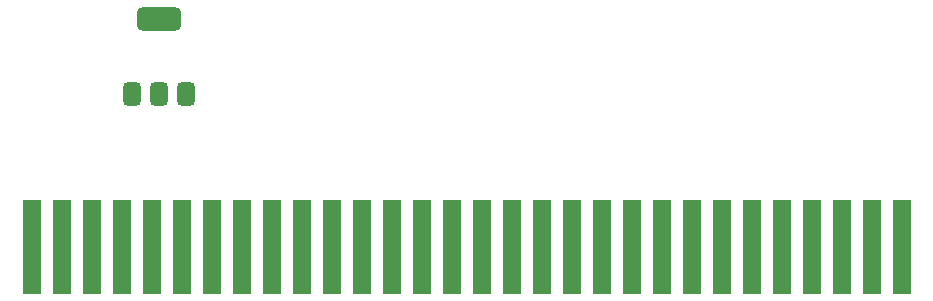
<source format=gtp>
%TF.GenerationSoftware,KiCad,Pcbnew,8.0.3*%
%TF.CreationDate,2024-07-04T14:48:40+07:00*%
%TF.ProjectId,TS_Ext_EPM3032,54535f45-7874-45f4-9550-4d333033322e,1.5*%
%TF.SameCoordinates,Original*%
%TF.FileFunction,Paste,Top*%
%TF.FilePolarity,Positive*%
%FSLAX46Y46*%
G04 Gerber Fmt 4.6, Leading zero omitted, Abs format (unit mm)*
G04 Created by KiCad (PCBNEW 8.0.3) date 2024-07-04 14:48:40*
%MOMM*%
%LPD*%
G01*
G04 APERTURE LIST*
G04 Aperture macros list*
%AMRoundRect*
0 Rectangle with rounded corners*
0 $1 Rounding radius*
0 $2 $3 $4 $5 $6 $7 $8 $9 X,Y pos of 4 corners*
0 Add a 4 corners polygon primitive as box body*
4,1,4,$2,$3,$4,$5,$6,$7,$8,$9,$2,$3,0*
0 Add four circle primitives for the rounded corners*
1,1,$1+$1,$2,$3*
1,1,$1+$1,$4,$5*
1,1,$1+$1,$6,$7*
1,1,$1+$1,$8,$9*
0 Add four rect primitives between the rounded corners*
20,1,$1+$1,$2,$3,$4,$5,0*
20,1,$1+$1,$4,$5,$6,$7,0*
20,1,$1+$1,$6,$7,$8,$9,0*
20,1,$1+$1,$8,$9,$2,$3,0*%
G04 Aperture macros list end*
%ADD10R,1.600000X8.000000*%
%ADD11RoundRect,0.375000X0.375000X-0.625000X0.375000X0.625000X-0.375000X0.625000X-0.375000X-0.625000X0*%
%ADD12RoundRect,0.500000X1.400000X-0.500000X1.400000X0.500000X-1.400000X0.500000X-1.400000X-0.500000X0*%
G04 APERTURE END LIST*
D10*
%TO.C,J3*%
X36830000Y-95478600D03*
X39370000Y-95478600D03*
X41910000Y-95478600D03*
X44450000Y-95478600D03*
X46990000Y-95478600D03*
X49530000Y-95478600D03*
X52070000Y-95478600D03*
X54610000Y-95478600D03*
X57150000Y-95478600D03*
X59690000Y-95478600D03*
X62230000Y-95478600D03*
X64770000Y-95478600D03*
X67310000Y-95478600D03*
X69850000Y-95478600D03*
X72390000Y-95478600D03*
X74930000Y-95478600D03*
X77470000Y-95478600D03*
X80010000Y-95478600D03*
X82550000Y-95478600D03*
X85090000Y-95478600D03*
X87630000Y-95478600D03*
X90170000Y-95478600D03*
X92710000Y-95478600D03*
X95250000Y-95478600D03*
X97790000Y-95478600D03*
X100330000Y-95478600D03*
X102870000Y-95478600D03*
X105410000Y-95478600D03*
X107950000Y-95478600D03*
X110490000Y-95478600D03*
%TD*%
D11*
%TO.C,U2*%
X45325000Y-82525000D03*
X47625000Y-82525000D03*
D12*
X47625000Y-76225000D03*
D11*
X49925000Y-82525000D03*
%TD*%
M02*

</source>
